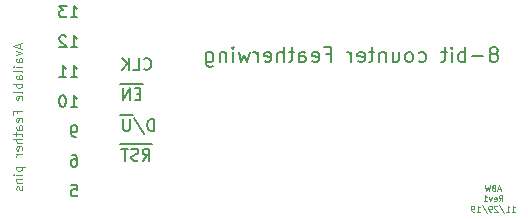
<source format=gbr>
G04 #@! TF.GenerationSoftware,KiCad,Pcbnew,(5.1.4)-1*
G04 #@! TF.CreationDate,2019-11-29T16:32:21-05:00*
G04 #@! TF.ProjectId,Feather-8bit-counter,46656174-6865-4722-9d38-6269742d636f,rev?*
G04 #@! TF.SameCoordinates,Original*
G04 #@! TF.FileFunction,Legend,Bot*
G04 #@! TF.FilePolarity,Positive*
%FSLAX46Y46*%
G04 Gerber Fmt 4.6, Leading zero omitted, Abs format (unit mm)*
G04 Created by KiCad (PCBNEW (5.1.4)-1) date 2019-11-29 16:32:21*
%MOMM*%
%LPD*%
G04 APERTURE LIST*
%ADD10C,0.125000*%
%ADD11C,0.150000*%
%ADD12C,0.100000*%
G04 APERTURE END LIST*
D10*
X145709081Y-64222173D02*
X145470986Y-64222173D01*
X145756700Y-64365030D02*
X145590034Y-63865030D01*
X145423367Y-64365030D01*
X145090034Y-64103125D02*
X145018605Y-64126935D01*
X144994796Y-64150744D01*
X144970986Y-64198363D01*
X144970986Y-64269792D01*
X144994796Y-64317411D01*
X145018605Y-64341220D01*
X145066224Y-64365030D01*
X145256700Y-64365030D01*
X145256700Y-63865030D01*
X145090034Y-63865030D01*
X145042415Y-63888840D01*
X145018605Y-63912649D01*
X144994796Y-63960268D01*
X144994796Y-64007887D01*
X145018605Y-64055506D01*
X145042415Y-64079316D01*
X145090034Y-64103125D01*
X145256700Y-64103125D01*
X144804320Y-63865030D02*
X144685272Y-64365030D01*
X144590034Y-64007887D01*
X144494796Y-64365030D01*
X144375748Y-63865030D01*
X145542415Y-65240030D02*
X145709081Y-65001935D01*
X145828129Y-65240030D02*
X145828129Y-64740030D01*
X145637653Y-64740030D01*
X145590034Y-64763840D01*
X145566224Y-64787649D01*
X145542415Y-64835268D01*
X145542415Y-64906697D01*
X145566224Y-64954316D01*
X145590034Y-64978125D01*
X145637653Y-65001935D01*
X145828129Y-65001935D01*
X145137653Y-65216220D02*
X145185272Y-65240030D01*
X145280510Y-65240030D01*
X145328129Y-65216220D01*
X145351939Y-65168601D01*
X145351939Y-64978125D01*
X145328129Y-64930506D01*
X145280510Y-64906697D01*
X145185272Y-64906697D01*
X145137653Y-64930506D01*
X145113843Y-64978125D01*
X145113843Y-65025744D01*
X145351939Y-65073363D01*
X144947177Y-64906697D02*
X144828129Y-65240030D01*
X144709081Y-64906697D01*
X144256700Y-65240030D02*
X144542415Y-65240030D01*
X144399558Y-65240030D02*
X144399558Y-64740030D01*
X144447177Y-64811459D01*
X144494796Y-64859078D01*
X144542415Y-64882887D01*
X146625748Y-66115030D02*
X146911462Y-66115030D01*
X146768605Y-66115030D02*
X146768605Y-65615030D01*
X146816224Y-65686459D01*
X146863843Y-65734078D01*
X146911462Y-65757887D01*
X146149558Y-66115030D02*
X146435272Y-66115030D01*
X146292415Y-66115030D02*
X146292415Y-65615030D01*
X146340034Y-65686459D01*
X146387653Y-65734078D01*
X146435272Y-65757887D01*
X145578129Y-65591220D02*
X146006700Y-66234078D01*
X145435272Y-65662649D02*
X145411462Y-65638840D01*
X145363843Y-65615030D01*
X145244796Y-65615030D01*
X145197177Y-65638840D01*
X145173367Y-65662649D01*
X145149558Y-65710268D01*
X145149558Y-65757887D01*
X145173367Y-65829316D01*
X145459081Y-66115030D01*
X145149558Y-66115030D01*
X144911462Y-66115030D02*
X144816224Y-66115030D01*
X144768605Y-66091220D01*
X144744796Y-66067411D01*
X144697177Y-65995982D01*
X144673367Y-65900744D01*
X144673367Y-65710268D01*
X144697177Y-65662649D01*
X144720986Y-65638840D01*
X144768605Y-65615030D01*
X144863843Y-65615030D01*
X144911462Y-65638840D01*
X144935272Y-65662649D01*
X144959081Y-65710268D01*
X144959081Y-65829316D01*
X144935272Y-65876935D01*
X144911462Y-65900744D01*
X144863843Y-65924554D01*
X144768605Y-65924554D01*
X144720986Y-65900744D01*
X144697177Y-65876935D01*
X144673367Y-65829316D01*
X144101939Y-65591220D02*
X144530510Y-66234078D01*
X143673367Y-66115030D02*
X143959081Y-66115030D01*
X143816224Y-66115030D02*
X143816224Y-65615030D01*
X143863843Y-65686459D01*
X143911462Y-65734078D01*
X143959081Y-65757887D01*
X143435272Y-66115030D02*
X143340034Y-66115030D01*
X143292415Y-66091220D01*
X143268605Y-66067411D01*
X143220986Y-65995982D01*
X143197177Y-65900744D01*
X143197177Y-65710268D01*
X143220986Y-65662649D01*
X143244796Y-65638840D01*
X143292415Y-65615030D01*
X143387653Y-65615030D01*
X143435272Y-65638840D01*
X143459081Y-65662649D01*
X143482891Y-65710268D01*
X143482891Y-65829316D01*
X143459081Y-65876935D01*
X143435272Y-65900744D01*
X143387653Y-65924554D01*
X143292415Y-65924554D01*
X143244796Y-65900744D01*
X143220986Y-65876935D01*
X143197177Y-65829316D01*
D11*
X145249017Y-52733990D02*
X145368064Y-52674466D01*
X145427588Y-52614942D01*
X145487112Y-52495895D01*
X145487112Y-52436371D01*
X145427588Y-52317323D01*
X145368064Y-52257800D01*
X145249017Y-52198276D01*
X145010921Y-52198276D01*
X144891874Y-52257800D01*
X144832350Y-52317323D01*
X144772826Y-52436371D01*
X144772826Y-52495895D01*
X144832350Y-52614942D01*
X144891874Y-52674466D01*
X145010921Y-52733990D01*
X145249017Y-52733990D01*
X145368064Y-52793514D01*
X145427588Y-52853038D01*
X145487112Y-52972085D01*
X145487112Y-53210180D01*
X145427588Y-53329228D01*
X145368064Y-53388752D01*
X145249017Y-53448276D01*
X145010921Y-53448276D01*
X144891874Y-53388752D01*
X144832350Y-53329228D01*
X144772826Y-53210180D01*
X144772826Y-52972085D01*
X144832350Y-52853038D01*
X144891874Y-52793514D01*
X145010921Y-52733990D01*
X144237112Y-52972085D02*
X143284731Y-52972085D01*
X142689493Y-53448276D02*
X142689493Y-52198276D01*
X142689493Y-52674466D02*
X142570445Y-52614942D01*
X142332350Y-52614942D01*
X142213302Y-52674466D01*
X142153779Y-52733990D01*
X142094255Y-52853038D01*
X142094255Y-53210180D01*
X142153779Y-53329228D01*
X142213302Y-53388752D01*
X142332350Y-53448276D01*
X142570445Y-53448276D01*
X142689493Y-53388752D01*
X141558540Y-53448276D02*
X141558540Y-52614942D01*
X141558540Y-52198276D02*
X141618064Y-52257800D01*
X141558540Y-52317323D01*
X141499017Y-52257800D01*
X141558540Y-52198276D01*
X141558540Y-52317323D01*
X141141874Y-52614942D02*
X140665683Y-52614942D01*
X140963302Y-52198276D02*
X140963302Y-53269704D01*
X140903779Y-53388752D01*
X140784731Y-53448276D01*
X140665683Y-53448276D01*
X138760921Y-53388752D02*
X138879969Y-53448276D01*
X139118064Y-53448276D01*
X139237112Y-53388752D01*
X139296636Y-53329228D01*
X139356160Y-53210180D01*
X139356160Y-52853038D01*
X139296636Y-52733990D01*
X139237112Y-52674466D01*
X139118064Y-52614942D01*
X138879969Y-52614942D01*
X138760921Y-52674466D01*
X138046636Y-53448276D02*
X138165683Y-53388752D01*
X138225207Y-53329228D01*
X138284731Y-53210180D01*
X138284731Y-52853038D01*
X138225207Y-52733990D01*
X138165683Y-52674466D01*
X138046636Y-52614942D01*
X137868064Y-52614942D01*
X137749017Y-52674466D01*
X137689493Y-52733990D01*
X137629969Y-52853038D01*
X137629969Y-53210180D01*
X137689493Y-53329228D01*
X137749017Y-53388752D01*
X137868064Y-53448276D01*
X138046636Y-53448276D01*
X136558540Y-52614942D02*
X136558540Y-53448276D01*
X137094255Y-52614942D02*
X137094255Y-53269704D01*
X137034731Y-53388752D01*
X136915683Y-53448276D01*
X136737112Y-53448276D01*
X136618064Y-53388752D01*
X136558540Y-53329228D01*
X135963302Y-52614942D02*
X135963302Y-53448276D01*
X135963302Y-52733990D02*
X135903779Y-52674466D01*
X135784731Y-52614942D01*
X135606160Y-52614942D01*
X135487112Y-52674466D01*
X135427588Y-52793514D01*
X135427588Y-53448276D01*
X135010921Y-52614942D02*
X134534731Y-52614942D01*
X134832350Y-52198276D02*
X134832350Y-53269704D01*
X134772826Y-53388752D01*
X134653779Y-53448276D01*
X134534731Y-53448276D01*
X133641874Y-53388752D02*
X133760921Y-53448276D01*
X133999017Y-53448276D01*
X134118064Y-53388752D01*
X134177588Y-53269704D01*
X134177588Y-52793514D01*
X134118064Y-52674466D01*
X133999017Y-52614942D01*
X133760921Y-52614942D01*
X133641874Y-52674466D01*
X133582350Y-52793514D01*
X133582350Y-52912561D01*
X134177588Y-53031609D01*
X133046636Y-53448276D02*
X133046636Y-52614942D01*
X133046636Y-52853038D02*
X132987112Y-52733990D01*
X132927588Y-52674466D01*
X132808540Y-52614942D01*
X132689493Y-52614942D01*
X130903779Y-52793514D02*
X131320445Y-52793514D01*
X131320445Y-53448276D02*
X131320445Y-52198276D01*
X130725207Y-52198276D01*
X129772826Y-53388752D02*
X129891874Y-53448276D01*
X130129969Y-53448276D01*
X130249017Y-53388752D01*
X130308540Y-53269704D01*
X130308540Y-52793514D01*
X130249017Y-52674466D01*
X130129969Y-52614942D01*
X129891874Y-52614942D01*
X129772826Y-52674466D01*
X129713302Y-52793514D01*
X129713302Y-52912561D01*
X130308540Y-53031609D01*
X128641874Y-53448276D02*
X128641874Y-52793514D01*
X128701398Y-52674466D01*
X128820445Y-52614942D01*
X129058540Y-52614942D01*
X129177588Y-52674466D01*
X128641874Y-53388752D02*
X128760921Y-53448276D01*
X129058540Y-53448276D01*
X129177588Y-53388752D01*
X129237112Y-53269704D01*
X129237112Y-53150657D01*
X129177588Y-53031609D01*
X129058540Y-52972085D01*
X128760921Y-52972085D01*
X128641874Y-52912561D01*
X128225207Y-52614942D02*
X127749017Y-52614942D01*
X128046636Y-52198276D02*
X128046636Y-53269704D01*
X127987112Y-53388752D01*
X127868064Y-53448276D01*
X127749017Y-53448276D01*
X127332350Y-53448276D02*
X127332350Y-52198276D01*
X126796636Y-53448276D02*
X126796636Y-52793514D01*
X126856160Y-52674466D01*
X126975207Y-52614942D01*
X127153779Y-52614942D01*
X127272826Y-52674466D01*
X127332350Y-52733990D01*
X125725207Y-53388752D02*
X125844255Y-53448276D01*
X126082350Y-53448276D01*
X126201398Y-53388752D01*
X126260921Y-53269704D01*
X126260921Y-52793514D01*
X126201398Y-52674466D01*
X126082350Y-52614942D01*
X125844255Y-52614942D01*
X125725207Y-52674466D01*
X125665683Y-52793514D01*
X125665683Y-52912561D01*
X126260921Y-53031609D01*
X125129969Y-53448276D02*
X125129969Y-52614942D01*
X125129969Y-52853038D02*
X125070445Y-52733990D01*
X125010921Y-52674466D01*
X124891874Y-52614942D01*
X124772826Y-52614942D01*
X124475207Y-52614942D02*
X124237112Y-53448276D01*
X123999017Y-52853038D01*
X123760921Y-53448276D01*
X123522826Y-52614942D01*
X123046636Y-53448276D02*
X123046636Y-52614942D01*
X123046636Y-52198276D02*
X123106160Y-52257800D01*
X123046636Y-52317323D01*
X122987112Y-52257800D01*
X123046636Y-52198276D01*
X123046636Y-52317323D01*
X122451398Y-52614942D02*
X122451398Y-53448276D01*
X122451398Y-52733990D02*
X122391874Y-52674466D01*
X122272826Y-52614942D01*
X122094255Y-52614942D01*
X121975207Y-52674466D01*
X121915683Y-52793514D01*
X121915683Y-53448276D01*
X120784731Y-52614942D02*
X120784731Y-53626847D01*
X120844255Y-53745895D01*
X120903779Y-53805419D01*
X121022826Y-53864942D01*
X121201398Y-53864942D01*
X121320445Y-53805419D01*
X120784731Y-53388752D02*
X120903779Y-53448276D01*
X121141874Y-53448276D01*
X121260921Y-53388752D01*
X121320445Y-53329228D01*
X121379969Y-53210180D01*
X121379969Y-52853038D01*
X121320445Y-52733990D01*
X121260921Y-52674466D01*
X121141874Y-52614942D01*
X120903779Y-52614942D01*
X120784731Y-52674466D01*
X116209651Y-60426000D02*
X115209651Y-60426000D01*
X115400128Y-61793380D02*
X115733461Y-61317190D01*
X115971556Y-61793380D02*
X115971556Y-60793380D01*
X115590604Y-60793380D01*
X115495366Y-60841000D01*
X115447747Y-60888619D01*
X115400128Y-60983857D01*
X115400128Y-61126714D01*
X115447747Y-61221952D01*
X115495366Y-61269571D01*
X115590604Y-61317190D01*
X115971556Y-61317190D01*
X115209651Y-60426000D02*
X114257270Y-60426000D01*
X115019175Y-61745761D02*
X114876318Y-61793380D01*
X114638223Y-61793380D01*
X114542985Y-61745761D01*
X114495366Y-61698142D01*
X114447747Y-61602904D01*
X114447747Y-61507666D01*
X114495366Y-61412428D01*
X114542985Y-61364809D01*
X114638223Y-61317190D01*
X114828699Y-61269571D01*
X114923937Y-61221952D01*
X114971556Y-61174333D01*
X115019175Y-61079095D01*
X115019175Y-60983857D01*
X114971556Y-60888619D01*
X114923937Y-60841000D01*
X114828699Y-60793380D01*
X114590604Y-60793380D01*
X114447747Y-60841000D01*
X114257270Y-60426000D02*
X113495366Y-60426000D01*
X114162032Y-60793380D02*
X113590604Y-60793380D01*
X113876318Y-61793380D02*
X113876318Y-60793380D01*
X115447746Y-55323140D02*
X114542984Y-55323140D01*
X115209651Y-56166711D02*
X114876317Y-56166711D01*
X114733460Y-56690520D02*
X115209651Y-56690520D01*
X115209651Y-55690520D01*
X114733460Y-55690520D01*
X114542984Y-55323140D02*
X113495365Y-55323140D01*
X114304889Y-56690520D02*
X114304889Y-55690520D01*
X113733460Y-56690520D01*
X113733460Y-55690520D01*
X116352508Y-59268620D02*
X116352508Y-58268620D01*
X116114413Y-58268620D01*
X115971556Y-58316240D01*
X115876318Y-58411478D01*
X115828699Y-58506716D01*
X115781080Y-58697192D01*
X115781080Y-58840049D01*
X115828699Y-59030525D01*
X115876318Y-59125763D01*
X115971556Y-59221001D01*
X116114413Y-59268620D01*
X116352508Y-59268620D01*
X114638223Y-58221001D02*
X115495365Y-59506716D01*
X114542985Y-57901240D02*
X113495365Y-57901240D01*
X114304889Y-58268620D02*
X114304889Y-59078144D01*
X114257270Y-59173382D01*
X114209651Y-59221001D01*
X114114413Y-59268620D01*
X113923937Y-59268620D01*
X113828699Y-59221001D01*
X113781080Y-59173382D01*
X113733461Y-59078144D01*
X113733461Y-58268620D01*
X115495366Y-54017182D02*
X115542985Y-54064801D01*
X115685842Y-54112420D01*
X115781080Y-54112420D01*
X115923937Y-54064801D01*
X116019175Y-53969563D01*
X116066794Y-53874325D01*
X116114413Y-53683849D01*
X116114413Y-53540992D01*
X116066794Y-53350516D01*
X116019175Y-53255278D01*
X115923937Y-53160040D01*
X115781080Y-53112420D01*
X115685842Y-53112420D01*
X115542985Y-53160040D01*
X115495366Y-53207659D01*
X114590604Y-54112420D02*
X115066794Y-54112420D01*
X115066794Y-53112420D01*
X114257270Y-54112420D02*
X114257270Y-53112420D01*
X113685842Y-54112420D02*
X114114413Y-53540992D01*
X113685842Y-53112420D02*
X114257270Y-53683849D01*
X109288556Y-57251859D02*
X109859984Y-57251859D01*
X109574270Y-57251859D02*
X109574270Y-56251859D01*
X109669508Y-56394717D01*
X109764746Y-56489955D01*
X109859984Y-56537574D01*
X108669508Y-56251859D02*
X108574270Y-56251859D01*
X108479032Y-56299479D01*
X108431413Y-56347098D01*
X108383794Y-56442336D01*
X108336175Y-56632812D01*
X108336175Y-56870907D01*
X108383794Y-57061383D01*
X108431413Y-57156621D01*
X108479032Y-57204240D01*
X108574270Y-57251859D01*
X108669508Y-57251859D01*
X108764746Y-57204240D01*
X108812365Y-57156621D01*
X108859984Y-57061383D01*
X108907603Y-56870907D01*
X108907603Y-56632812D01*
X108859984Y-56442336D01*
X108812365Y-56347098D01*
X108764746Y-56299479D01*
X108669508Y-56251859D01*
X109288556Y-54725406D02*
X109859984Y-54725406D01*
X109574270Y-54725406D02*
X109574270Y-53725406D01*
X109669508Y-53868264D01*
X109764746Y-53963502D01*
X109859984Y-54011121D01*
X108336175Y-54725406D02*
X108907603Y-54725406D01*
X108621889Y-54725406D02*
X108621889Y-53725406D01*
X108717127Y-53868264D01*
X108812365Y-53963502D01*
X108907603Y-54011121D01*
X109288556Y-52198953D02*
X109859984Y-52198953D01*
X109574270Y-52198953D02*
X109574270Y-51198953D01*
X109669508Y-51341811D01*
X109764746Y-51437049D01*
X109859984Y-51484668D01*
X108907603Y-51294192D02*
X108859984Y-51246573D01*
X108764746Y-51198953D01*
X108526651Y-51198953D01*
X108431413Y-51246573D01*
X108383794Y-51294192D01*
X108336175Y-51389430D01*
X108336175Y-51484668D01*
X108383794Y-51627525D01*
X108955222Y-52198953D01*
X108336175Y-52198953D01*
X109383794Y-61304765D02*
X109574271Y-61304765D01*
X109669509Y-61352385D01*
X109717128Y-61400004D01*
X109812366Y-61542861D01*
X109859985Y-61733337D01*
X109859985Y-62114289D01*
X109812366Y-62209527D01*
X109764747Y-62257146D01*
X109669509Y-62304765D01*
X109479032Y-62304765D01*
X109383794Y-62257146D01*
X109336175Y-62209527D01*
X109288556Y-62114289D01*
X109288556Y-61876194D01*
X109336175Y-61780956D01*
X109383794Y-61733337D01*
X109479032Y-61685718D01*
X109669509Y-61685718D01*
X109764747Y-61733337D01*
X109812366Y-61780956D01*
X109859985Y-61876194D01*
X109336175Y-63831220D02*
X109812366Y-63831220D01*
X109859985Y-64307411D01*
X109812366Y-64259792D01*
X109717128Y-64212173D01*
X109479032Y-64212173D01*
X109383794Y-64259792D01*
X109336175Y-64307411D01*
X109288556Y-64402649D01*
X109288556Y-64640744D01*
X109336175Y-64735982D01*
X109383794Y-64783601D01*
X109479032Y-64831220D01*
X109717128Y-64831220D01*
X109812366Y-64783601D01*
X109859985Y-64735982D01*
X109764747Y-59778312D02*
X109574271Y-59778312D01*
X109479032Y-59730693D01*
X109431413Y-59683074D01*
X109336175Y-59540217D01*
X109288556Y-59349741D01*
X109288556Y-58968789D01*
X109336175Y-58873551D01*
X109383794Y-58825932D01*
X109479032Y-58778312D01*
X109669509Y-58778312D01*
X109764747Y-58825932D01*
X109812366Y-58873551D01*
X109859985Y-58968789D01*
X109859985Y-59206884D01*
X109812366Y-59302122D01*
X109764747Y-59349741D01*
X109669509Y-59397360D01*
X109479032Y-59397360D01*
X109383794Y-59349741D01*
X109336175Y-59302122D01*
X109288556Y-59206884D01*
X109288556Y-49672500D02*
X109859984Y-49672500D01*
X109574270Y-49672500D02*
X109574270Y-48672500D01*
X109669508Y-48815358D01*
X109764746Y-48910596D01*
X109859984Y-48958215D01*
X108955222Y-48672500D02*
X108336175Y-48672500D01*
X108669508Y-49053453D01*
X108526651Y-49053453D01*
X108431413Y-49101072D01*
X108383794Y-49148691D01*
X108336175Y-49243929D01*
X108336175Y-49482024D01*
X108383794Y-49577262D01*
X108431413Y-49624881D01*
X108526651Y-49672500D01*
X108812365Y-49672500D01*
X108907603Y-49624881D01*
X108955222Y-49577262D01*
D12*
X104966040Y-51913691D02*
X104966040Y-52270834D01*
X105180325Y-51842262D02*
X104430325Y-52092262D01*
X105180325Y-52342262D01*
X104680325Y-52520834D02*
X105180325Y-52699405D01*
X104680325Y-52877977D01*
X105180325Y-53485120D02*
X104787468Y-53485120D01*
X104716040Y-53449405D01*
X104680325Y-53377977D01*
X104680325Y-53235120D01*
X104716040Y-53163691D01*
X105144611Y-53485120D02*
X105180325Y-53413691D01*
X105180325Y-53235120D01*
X105144611Y-53163691D01*
X105073182Y-53127977D01*
X105001754Y-53127977D01*
X104930325Y-53163691D01*
X104894611Y-53235120D01*
X104894611Y-53413691D01*
X104858897Y-53485120D01*
X105180325Y-53842262D02*
X104680325Y-53842262D01*
X104430325Y-53842262D02*
X104466040Y-53806548D01*
X104501754Y-53842262D01*
X104466040Y-53877977D01*
X104430325Y-53842262D01*
X104501754Y-53842262D01*
X105180325Y-54306548D02*
X105144611Y-54235120D01*
X105073182Y-54199405D01*
X104430325Y-54199405D01*
X105180325Y-54913691D02*
X104787468Y-54913691D01*
X104716040Y-54877977D01*
X104680325Y-54806548D01*
X104680325Y-54663691D01*
X104716040Y-54592262D01*
X105144611Y-54913691D02*
X105180325Y-54842262D01*
X105180325Y-54663691D01*
X105144611Y-54592262D01*
X105073182Y-54556548D01*
X105001754Y-54556548D01*
X104930325Y-54592262D01*
X104894611Y-54663691D01*
X104894611Y-54842262D01*
X104858897Y-54913691D01*
X105180325Y-55270834D02*
X104430325Y-55270834D01*
X104716040Y-55270834D02*
X104680325Y-55342262D01*
X104680325Y-55485120D01*
X104716040Y-55556548D01*
X104751754Y-55592262D01*
X104823182Y-55627977D01*
X105037468Y-55627977D01*
X105108897Y-55592262D01*
X105144611Y-55556548D01*
X105180325Y-55485120D01*
X105180325Y-55342262D01*
X105144611Y-55270834D01*
X105180325Y-56056548D02*
X105144611Y-55985120D01*
X105073182Y-55949405D01*
X104430325Y-55949405D01*
X105144611Y-56627977D02*
X105180325Y-56556548D01*
X105180325Y-56413691D01*
X105144611Y-56342262D01*
X105073182Y-56306548D01*
X104787468Y-56306548D01*
X104716040Y-56342262D01*
X104680325Y-56413691D01*
X104680325Y-56556548D01*
X104716040Y-56627977D01*
X104787468Y-56663691D01*
X104858897Y-56663691D01*
X104930325Y-56306548D01*
X104787468Y-57806548D02*
X104787468Y-57556548D01*
X105180325Y-57556548D02*
X104430325Y-57556548D01*
X104430325Y-57913691D01*
X105144611Y-58485120D02*
X105180325Y-58413691D01*
X105180325Y-58270834D01*
X105144611Y-58199405D01*
X105073182Y-58163691D01*
X104787468Y-58163691D01*
X104716040Y-58199405D01*
X104680325Y-58270834D01*
X104680325Y-58413691D01*
X104716040Y-58485120D01*
X104787468Y-58520834D01*
X104858897Y-58520834D01*
X104930325Y-58163691D01*
X105180325Y-59163691D02*
X104787468Y-59163691D01*
X104716040Y-59127977D01*
X104680325Y-59056548D01*
X104680325Y-58913691D01*
X104716040Y-58842262D01*
X105144611Y-59163691D02*
X105180325Y-59092262D01*
X105180325Y-58913691D01*
X105144611Y-58842262D01*
X105073182Y-58806548D01*
X105001754Y-58806548D01*
X104930325Y-58842262D01*
X104894611Y-58913691D01*
X104894611Y-59092262D01*
X104858897Y-59163691D01*
X104680325Y-59413691D02*
X104680325Y-59699405D01*
X104430325Y-59520834D02*
X105073182Y-59520834D01*
X105144611Y-59556548D01*
X105180325Y-59627977D01*
X105180325Y-59699405D01*
X105180325Y-59949405D02*
X104430325Y-59949405D01*
X105180325Y-60270834D02*
X104787468Y-60270834D01*
X104716040Y-60235120D01*
X104680325Y-60163691D01*
X104680325Y-60056548D01*
X104716040Y-59985120D01*
X104751754Y-59949405D01*
X105144611Y-60913691D02*
X105180325Y-60842262D01*
X105180325Y-60699405D01*
X105144611Y-60627977D01*
X105073182Y-60592262D01*
X104787468Y-60592262D01*
X104716040Y-60627977D01*
X104680325Y-60699405D01*
X104680325Y-60842262D01*
X104716040Y-60913691D01*
X104787468Y-60949405D01*
X104858897Y-60949405D01*
X104930325Y-60592262D01*
X105180325Y-61270834D02*
X104680325Y-61270834D01*
X104823182Y-61270834D02*
X104751754Y-61306548D01*
X104716040Y-61342262D01*
X104680325Y-61413691D01*
X104680325Y-61485120D01*
X104680325Y-62306548D02*
X105430325Y-62306548D01*
X104716040Y-62306548D02*
X104680325Y-62377977D01*
X104680325Y-62520834D01*
X104716040Y-62592262D01*
X104751754Y-62627977D01*
X104823182Y-62663691D01*
X105037468Y-62663691D01*
X105108897Y-62627977D01*
X105144611Y-62592262D01*
X105180325Y-62520834D01*
X105180325Y-62377977D01*
X105144611Y-62306548D01*
X105180325Y-62985120D02*
X104680325Y-62985120D01*
X104430325Y-62985120D02*
X104466040Y-62949405D01*
X104501754Y-62985120D01*
X104466040Y-63020834D01*
X104430325Y-62985120D01*
X104501754Y-62985120D01*
X104680325Y-63342262D02*
X105180325Y-63342262D01*
X104751754Y-63342262D02*
X104716040Y-63377977D01*
X104680325Y-63449405D01*
X104680325Y-63556548D01*
X104716040Y-63627977D01*
X104787468Y-63663691D01*
X105180325Y-63663691D01*
X105144611Y-63985120D02*
X105180325Y-64056548D01*
X105180325Y-64199405D01*
X105144611Y-64270834D01*
X105073182Y-64306548D01*
X105037468Y-64306548D01*
X104966040Y-64270834D01*
X104930325Y-64199405D01*
X104930325Y-64092262D01*
X104894611Y-64020834D01*
X104823182Y-63985120D01*
X104787468Y-63985120D01*
X104716040Y-64020834D01*
X104680325Y-64092262D01*
X104680325Y-64199405D01*
X104716040Y-64270834D01*
M02*

</source>
